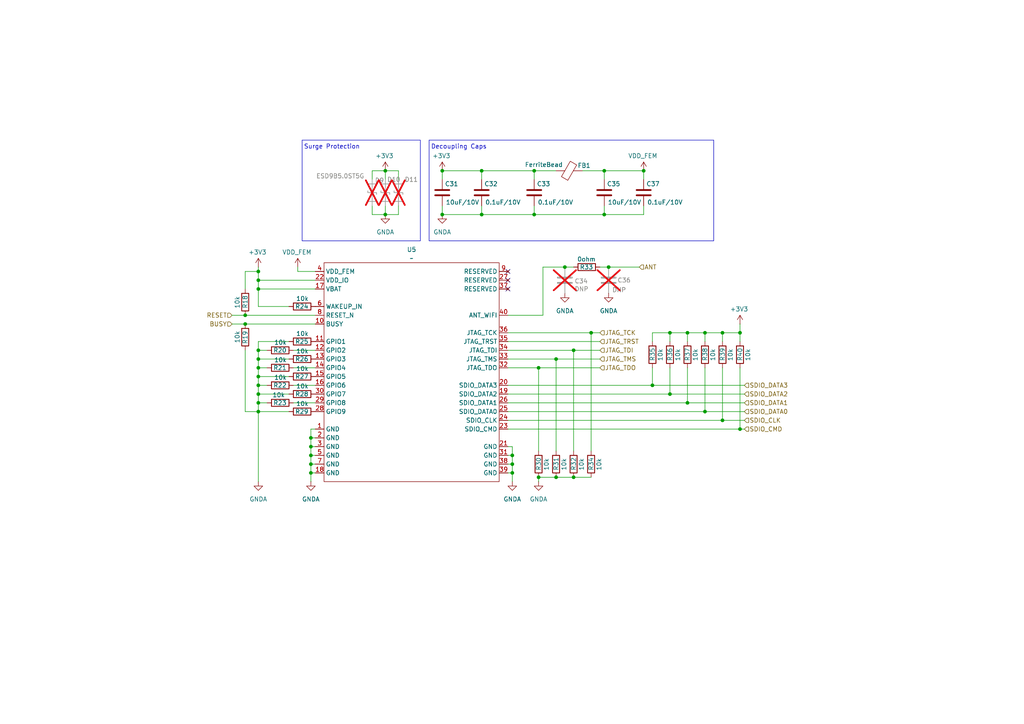
<source format=kicad_sch>
(kicad_sch (version 20231120) (generator "eeschema") (generator_version "8.0")
  (paper "A4")
  (lib_symbols
    (symbol "Device:C" (pin_numbers hide) (pin_names (offset 0.254))
      (property "Reference" "C" (at 0.635 2.54 0))
      (property "Value" "C" (at 0.635 -2.54 0))
      (symbol "C_0_1"
        (polyline (pts (xy -2.032 -0.762) (xy 2.032 -0.762)) (stroke (width 0.508)))
        (polyline (pts (xy -2.032 0.762) (xy 2.032 0.762)) (stroke (width 0.508)))
      )
      (symbol "C_1_1"
        (pin passive line (at 0 3.81 270) (length 2.794) (name "~") (number "1"))
        (pin passive line (at 0 -3.81 90) (length 2.794) (name "~") (number "2"))
      )
    )
    (symbol "Device:FerriteBead" (pin_numbers hide) (pin_names (offset 0))
      (property "Reference" "FB" (at -3.81 0.635 90))
      (property "Value" "FerriteBead" (at 3.81 0 90))
      (symbol "FerriteBead_0_1"
        (polyline (pts (xy 0 -1.27) (xy 0 -1.2192)))
        (polyline (pts (xy 0 1.27) (xy 0 1.2954)))
        (polyline (pts (xy -2.7686 0.4064) (xy -1.7018 2.2606) (xy 2.7686 -0.3048) (xy 1.6764 -2.159) (xy -2.7686 0.4064)))
      )
      (symbol "FerriteBead_1_1"
        (pin passive line (at 0 3.81 270) (length 2.54) (name "~") (number "1"))
        (pin passive line (at 0 -3.81 90) (length 2.54) (name "~") (number "2"))
      )
    )
    (symbol "Device:R" (pin_numbers hide) (pin_names (offset 0))
      (property "Reference" "R" (at 2.032 0 90))
      (property "Value" "R" (at 0 0 90))
      (symbol "R_0_1"
        (rectangle (start -1.016 -2.54) (end 1.016 2.54) (stroke (width 0.254)))
      )
      (symbol "R_1_1"
        (pin passive line (at 0 3.81 270) (length 1.27) (name "~") (number "1"))
        (pin passive line (at 0 -3.81 90) (length 1.27) (name "~") (number "2"))
      )
    )
    (symbol "Diode:ESD9B5.0ST5G" (pin_numbers hide) (pin_names (offset 1.016) hide)
      (property "Reference" "D" (at 0 2.54 0))
      (property "Value" "ESD9B5.0ST5G" (at 0 -2.54 0))
      (symbol "ESD9B5.0ST5G_0_1"
        (polyline (pts (xy 1.27 0) (xy -1.27 0)))
        (polyline (pts (xy -2.54 -1.27) (xy 0 0) (xy -2.54 1.27) (xy -2.54 -1.27)) (stroke (width 0.2032)))
        (polyline (pts (xy 0.508 1.27) (xy 0 1.27) (xy 0 -1.27) (xy -0.508 -1.27)) (stroke (width 0.2032)))
        (polyline (pts (xy 2.54 1.27) (xy 2.54 -1.27) (xy 0 0) (xy 2.54 1.27)) (stroke (width 0.2032)))
      )
      (symbol "ESD9B5.0ST5G_1_1"
        (pin passive line (at -3.81 0 0) (length 2.54) (name "A1") (number "1"))
        (pin passive line (at 3.81 0 180) (length 2.54) (name "A2") (number "2"))
      )
    )
    (symbol "FGH100M:FGH100MABMD"
      (property "Reference" "U" (at 0 0 0))
      (symbol "FGH100MABMD_0_1"
        (rectangle (start -25.4 33.02) (end 25.4 -30.48))
      )
      (symbol "FGH100MABMD_1_1"
        (pin power_in line (at -27.94 -15.24 0) (length 2.54) (name "GND") (number "1"))
        (pin bidirectional line (at -27.94 15.24 0) (length 2.54) (name "BUSY") (number "10"))
        (pin bidirectional line (at -27.94 10.16 0) (length 2.54) (name "GPIO1") (number "11"))
        (pin bidirectional line (at -27.94 7.62 0) (length 2.54) (name "GPIO2") (number "12"))
        (pin bidirectional line (at -27.94 5.08 0) (length 2.54) (name "GPIO3") (number "13"))
        (pin bidirectional line (at -27.94 2.54 0) (length 2.54) (name "GPIO4") (number "14"))
        (pin bidirectional line (at -27.94 0 0) (length 2.54) (name "GPIO5") (number "15"))
        (pin bidirectional line (at -27.94 -2.54 0) (length 2.54) (name "GPIO6") (number "16"))
        (pin power_in line (at -27.94 25.4 0) (length 2.54) (name "VBAT") (number "17"))
        (pin power_in line (at -27.94 -27.94 0) (length 2.54) (name "GND") (number "18"))
        (pin bidirectional line (at 27.94 -5.08 180) (length 2.54) (name "SDIO_DATA2") (number "19"))
        (pin power_in line (at -27.94 -17.78 0) (length 2.54) (name "GND") (number "2"))
        (pin bidirectional line (at 27.94 -2.54 180) (length 2.54) (name "SDIO_DATA3") (number "20"))
        (pin power_in line (at 27.94 -20.32 180) (length 2.54) (name "GND") (number "21"))
        (pin power_in line (at -27.94 27.94 0) (length 2.54) (name "VDD_IO") (number "22"))
        (pin bidirectional line (at 27.94 -15.24 180) (length 2.54) (name "SDIO_CMD") (number "23"))
        (pin bidirectional line (at 27.94 -12.7 180) (length 2.54) (name "SDIO_CLK") (number "24"))
        (pin bidirectional line (at 27.94 -10.16 180) (length 2.54) (name "SDIO_DATA0") (number "25"))
        (pin bidirectional line (at 27.94 -7.62 180) (length 2.54) (name "SDIO_DATA1") (number "26"))
        (pin no_connect line (at 27.94 27.94 180) (length 2.54) (name "RESERVED") (number "27"))
        (pin bidirectional line (at -27.94 -10.16 0) (length 2.54) (name "GPIO9") (number "28"))
        (pin bidirectional line (at -27.94 -7.62 0) (length 2.54) (name "GPIO8") (number "29"))
        (pin power_in line (at -27.94 -20.32 0) (length 2.54) (name "GND") (number "3"))
        (pin bidirectional line (at -27.94 -5.08 0) (length 2.54) (name "GPIO7") (number "30"))
        (pin power_in line (at 27.94 -22.86 180) (length 2.54) (name "GND") (number "31"))
        (pin bidirectional line (at 27.94 2.54 180) (length 2.54) (name "JTAG_TDO") (number "32"))
        (pin bidirectional line (at 27.94 5.08 180) (length 2.54) (name "JTAG_TMS") (number "33"))
        (pin bidirectional line (at 27.94 7.62 180) (length 2.54) (name "JTAG_TDI") (number "34"))
        (pin bidirectional line (at 27.94 10.16 180) (length 2.54) (name "JTAG_TRST") (number "35"))
        (pin bidirectional line (at 27.94 12.7 180) (length 2.54) (name "JTAG_TCK") (number "36"))
        (pin no_connect line (at 27.94 25.4 180) (length 2.54) (name "RESERVED") (number "37"))
        (pin power_in line (at 27.94 -25.4 180) (length 2.54) (name "GND") (number "38"))
        (pin power_in line (at 27.94 -27.94 180) (length 2.54) (name "GND") (number "39"))
        (pin power_in line (at -27.94 30.48 0) (length 2.54) (name "VDD_FEM") (number "4"))
        (pin bidirectional line (at 27.94 17.78 180) (length 2.54) (name "ANT_WIFI") (number "40"))
        (pin power_in line (at -27.94 -22.86 0) (length 2.54) (name "GND") (number "5"))
        (pin input line (at -27.94 20.32 0) (length 2.54) (name "WAKEUP_IN") (number "6"))
        (pin power_in line (at -27.94 -25.4 0) (length 2.54) (name "GND") (number "7"))
        (pin input line (at -27.94 17.78 0) (length 2.54) (name "RESET_N") (number "8"))
        (pin no_connect line (at 27.94 30.48 180) (length 2.54) (name "RESERVED") (number "9"))
      )
    )
    (symbol "power:+3V3" (power) (pin_numbers hide) (pin_names (offset 0) hide)
      (property "Value" "+3V3" (at 0 3.556 0))
      (symbol "+3V3_0_1"
        (polyline (pts (xy -0.762 1.27) (xy 0 2.54)))
        (polyline (pts (xy 0 0) (xy 0 2.54)))
        (polyline (pts (xy 0 2.54) (xy 0.762 1.27)))
      )
      (symbol "+3V3_1_1"
        (pin power_in line (at 0 0 90) (length 0) (name "~") (number "1"))
      )
    )
    (symbol "power:GNDA" (power) (pin_numbers hide) (pin_names (offset 0) hide)
      (property "Value" "GNDA" (at 0 -3.81 0))
      (symbol "GNDA_0_1"
        (polyline (pts (xy 0 0) (xy 0 -1.27) (xy 1.27 -1.27) (xy 0 -2.54) (xy -1.27 -1.27) (xy 0 -1.27)))
      )
      (symbol "GNDA_1_1"
        (pin power_in line (at 0 0 270) (length 0) (name "~") (number "1"))
      )
    )
  )
  (junction (at 154.94 49.53))
  (junction (at 74.93 101.6))
  (junction (at 204.47 96.52))
  (junction (at 139.7 49.53))
  (junction (at 194.31 114.3))
  (junction (at 128.27 62.23))
  (junction (at 171.45 96.52))
  (junction (at 166.37 101.6))
  (junction (at 194.31 96.52))
  (junction (at 74.93 116.84))
  (junction (at 74.93 106.68))
  (junction (at 214.63 96.52))
  (junction (at 148.59 132.08))
  (junction (at 74.93 114.3))
  (junction (at 139.7 62.23))
  (junction (at 74.93 109.22))
  (junction (at 199.39 116.84))
  (junction (at 161.29 138.43))
  (junction (at 148.59 137.16))
  (junction (at 189.23 111.76))
  (junction (at 90.17 137.16))
  (junction (at 90.17 127))
  (junction (at 209.55 121.92))
  (junction (at 90.17 134.62))
  (junction (at 176.53 77.47))
  (junction (at 186.69 49.53))
  (junction (at 156.21 106.68))
  (junction (at 148.59 134.62))
  (junction (at 111.76 49.53))
  (junction (at 175.26 49.53))
  (junction (at 166.37 138.43))
  (junction (at 74.93 104.14))
  (junction (at 156.21 138.43))
  (junction (at 111.76 62.23))
  (junction (at 90.17 129.54))
  (junction (at 74.93 83.82))
  (junction (at 161.29 104.14))
  (junction (at 74.93 119.38))
  (junction (at 128.27 49.53))
  (junction (at 209.55 96.52))
  (junction (at 199.39 96.52))
  (junction (at 71.12 93.98))
  (junction (at 74.93 78.74))
  (junction (at 163.83 77.47))
  (junction (at 204.47 119.38))
  (junction (at 74.93 81.28))
  (junction (at 154.94 62.23))
  (junction (at 71.12 91.44))
  (junction (at 74.93 111.76))
  (junction (at 90.17 132.08))
  (junction (at 214.63 124.46))
  (junction (at 175.26 62.23))
  (no_connect (at 147.32 83.82))
  (no_connect (at 147.32 78.74))
  (no_connect (at 147.32 81.28))
  (wire (pts (xy 85.09 101.6) (xy 91.44 101.6)))
  (wire (pts (xy 128.27 62.23) (xy 139.7 62.23)))
  (wire (pts (xy 90.17 127) (xy 90.17 129.54)))
  (wire (pts (xy 67.31 93.98) (xy 71.12 93.98)))
  (wire (pts (xy 74.93 83.82) (xy 74.93 88.9)))
  (wire (pts (xy 74.93 101.6) (xy 77.47 101.6)))
  (wire (pts (xy 154.94 62.23) (xy 175.26 62.23)))
  (wire (pts (xy 147.32 129.54) (xy 148.59 129.54)))
  (wire (pts (xy 74.93 81.28) (xy 74.93 83.82)))
  (wire (pts (xy 90.17 132.08) (xy 90.17 134.62)))
  (wire (pts (xy 147.32 137.16) (xy 148.59 137.16)))
  (wire (pts (xy 199.39 116.84) (xy 215.9 116.84)))
  (wire (pts (xy 147.32 106.68) (xy 156.21 106.68)))
  (wire (pts (xy 148.59 137.16) (xy 148.59 139.7)))
  (wire (pts (xy 156.21 106.68) (xy 156.21 130.81)))
  (wire (pts (xy 156.21 139.7) (xy 156.21 138.43)))
  (wire (pts (xy 128.27 59.69) (xy 128.27 62.23)))
  (wire (pts (xy 173.99 104.14) (xy 161.29 104.14)))
  (wire (pts (xy 199.39 96.52) (xy 199.39 99.06)))
  (wire (pts (xy 166.37 138.43) (xy 171.45 138.43)))
  (wire (pts (xy 209.55 96.52) (xy 209.55 99.06)))
  (wire (pts (xy 175.26 49.53) (xy 186.69 49.53)))
  (wire (pts (xy 157.48 77.47) (xy 157.48 91.44)))
  (wire (pts (xy 91.44 81.28) (xy 74.93 81.28)))
  (wire (pts (xy 147.32 114.3) (xy 194.31 114.3)))
  (wire (pts (xy 91.44 127) (xy 90.17 127)))
  (wire (pts (xy 173.99 77.47) (xy 176.53 77.47)))
  (wire (pts (xy 147.32 124.46) (xy 214.63 124.46)))
  (wire (pts (xy 175.26 62.23) (xy 186.69 62.23)))
  (wire (pts (xy 186.69 59.69) (xy 186.69 62.23)))
  (wire (pts (xy 74.93 109.22) (xy 74.93 111.76)))
  (wire (pts (xy 161.29 49.53) (xy 154.94 49.53)))
  (wire (pts (xy 189.23 111.76) (xy 215.9 111.76)))
  (wire (pts (xy 209.55 121.92) (xy 215.9 121.92)))
  (wire (pts (xy 194.31 106.68) (xy 194.31 114.3)))
  (wire (pts (xy 74.93 111.76) (xy 74.93 114.3)))
  (wire (pts (xy 214.63 96.52) (xy 214.63 99.06)))
  (wire (pts (xy 74.93 78.74) (xy 74.93 81.28)))
  (wire (pts (xy 147.32 111.76) (xy 189.23 111.76)))
  (wire (pts (xy 90.17 129.54) (xy 90.17 132.08)))
  (wire (pts (xy 147.32 96.52) (xy 171.45 96.52)))
  (wire (pts (xy 86.36 77.47) (xy 86.36 78.74)))
  (wire (pts (xy 204.47 119.38) (xy 215.9 119.38)))
  (wire (pts (xy 115.57 49.53) (xy 111.76 49.53)))
  (wire (pts (xy 83.82 119.38) (xy 74.93 119.38)))
  (wire (pts (xy 111.76 62.23) (xy 111.76 59.69)))
  (wire (pts (xy 74.93 88.9) (xy 83.82 88.9)))
  (wire (pts (xy 186.69 52.07) (xy 186.69 49.53)))
  (wire (pts (xy 91.44 134.62) (xy 90.17 134.62)))
  (wire (pts (xy 147.32 132.08) (xy 148.59 132.08)))
  (wire (pts (xy 91.44 129.54) (xy 90.17 129.54)))
  (wire (pts (xy 107.95 59.69) (xy 107.95 62.23)))
  (wire (pts (xy 83.82 109.22) (xy 74.93 109.22)))
  (wire (pts (xy 199.39 96.52) (xy 204.47 96.52)))
  (wire (pts (xy 74.93 106.68) (xy 77.47 106.68)))
  (wire (pts (xy 91.44 137.16) (xy 90.17 137.16)))
  (wire (pts (xy 139.7 49.53) (xy 154.94 49.53)))
  (wire (pts (xy 90.17 134.62) (xy 90.17 137.16)))
  (wire (pts (xy 173.99 101.6) (xy 166.37 101.6)))
  (wire (pts (xy 71.12 101.6) (xy 71.12 119.38)))
  (wire (pts (xy 74.93 101.6) (xy 74.93 104.14)))
  (wire (pts (xy 74.93 114.3) (xy 74.93 116.84)))
  (wire (pts (xy 74.93 78.74) (xy 71.12 78.74)))
  (wire (pts (xy 139.7 59.69) (xy 139.7 62.23)))
  (wire (pts (xy 74.93 99.06) (xy 74.93 101.6)))
  (wire (pts (xy 107.95 52.07) (xy 107.95 49.53)))
  (wire (pts (xy 83.82 114.3) (xy 74.93 114.3)))
  (wire (pts (xy 91.44 83.82) (xy 74.93 83.82)))
  (wire (pts (xy 67.31 91.44) (xy 71.12 91.44)))
  (wire (pts (xy 157.48 77.47) (xy 163.83 77.47)))
  (wire (pts (xy 74.93 111.76) (xy 77.47 111.76)))
  (wire (pts (xy 91.44 132.08) (xy 90.17 132.08)))
  (wire (pts (xy 214.63 93.98) (xy 214.63 96.52)))
  (wire (pts (xy 154.94 59.69) (xy 154.94 62.23)))
  (wire (pts (xy 74.93 104.14) (xy 74.93 106.68)))
  (wire (pts (xy 74.93 139.7) (xy 74.93 119.38)))
  (wire (pts (xy 194.31 114.3) (xy 215.9 114.3)))
  (wire (pts (xy 163.83 77.47) (xy 166.37 77.47)))
  (wire (pts (xy 204.47 96.52) (xy 209.55 96.52)))
  (wire (pts (xy 111.76 49.53) (xy 111.76 52.07)))
  (wire (pts (xy 214.63 124.46) (xy 215.9 124.46)))
  (wire (pts (xy 176.53 77.47) (xy 185.42 77.47)))
  (wire (pts (xy 199.39 106.68) (xy 199.39 116.84)))
  (wire (pts (xy 161.29 104.14) (xy 161.29 130.81)))
  (wire (pts (xy 189.23 99.06) (xy 189.23 96.52)))
  (wire (pts (xy 147.32 116.84) (xy 199.39 116.84)))
  (wire (pts (xy 71.12 93.98) (xy 91.44 93.98)))
  (wire (pts (xy 204.47 96.52) (xy 204.47 99.06)))
  (wire (pts (xy 107.95 49.53) (xy 111.76 49.53)))
  (wire (pts (xy 161.29 138.43) (xy 166.37 138.43)))
  (wire (pts (xy 156.21 138.43) (xy 161.29 138.43)))
  (wire (pts (xy 154.94 52.07) (xy 154.94 49.53)))
  (wire (pts (xy 148.59 129.54) (xy 148.59 132.08)))
  (wire (pts (xy 71.12 91.44) (xy 91.44 91.44)))
  (wire (pts (xy 115.57 59.69) (xy 115.57 62.23)))
  (wire (pts (xy 74.93 116.84) (xy 77.47 116.84)))
  (wire (pts (xy 90.17 137.16) (xy 90.17 139.7)))
  (wire (pts (xy 83.82 104.14) (xy 74.93 104.14)))
  (wire (pts (xy 154.94 62.23) (xy 139.7 62.23)))
  (wire (pts (xy 139.7 52.07) (xy 139.7 49.53)))
  (wire (pts (xy 107.95 62.23) (xy 111.76 62.23)))
  (wire (pts (xy 147.32 101.6) (xy 166.37 101.6)))
  (wire (pts (xy 189.23 106.68) (xy 189.23 111.76)))
  (wire (pts (xy 175.26 62.23) (xy 175.26 59.69)))
  (wire (pts (xy 175.26 52.07) (xy 175.26 49.53)))
  (wire (pts (xy 71.12 78.74) (xy 71.12 83.82)))
  (wire (pts (xy 147.32 119.38) (xy 204.47 119.38)))
  (wire (pts (xy 147.32 134.62) (xy 148.59 134.62)))
  (wire (pts (xy 148.59 134.62) (xy 148.59 137.16)))
  (wire (pts (xy 166.37 101.6) (xy 166.37 130.81)))
  (wire (pts (xy 194.31 96.52) (xy 199.39 96.52)))
  (wire (pts (xy 74.93 116.84) (xy 74.93 119.38)))
  (wire (pts (xy 90.17 124.46) (xy 90.17 127)))
  (wire (pts (xy 173.99 99.06) (xy 147.32 99.06)))
  (wire (pts (xy 115.57 52.07) (xy 115.57 49.53)))
  (wire (pts (xy 209.55 106.68) (xy 209.55 121.92)))
  (wire (pts (xy 168.91 49.53) (xy 175.26 49.53)))
  (wire (pts (xy 91.44 124.46) (xy 90.17 124.46)))
  (wire (pts (xy 147.32 121.92) (xy 209.55 121.92)))
  (wire (pts (xy 214.63 106.68) (xy 214.63 124.46)))
  (wire (pts (xy 85.09 116.84) (xy 91.44 116.84)))
  (wire (pts (xy 173.99 106.68) (xy 156.21 106.68)))
  (wire (pts (xy 86.36 78.74) (xy 91.44 78.74)))
  (wire (pts (xy 204.47 106.68) (xy 204.47 119.38)))
  (wire (pts (xy 74.93 106.68) (xy 74.93 109.22)))
  (wire (pts (xy 128.27 49.53) (xy 128.27 52.07)))
  (wire (pts (xy 171.45 96.52) (xy 171.45 130.81)))
  (wire (pts (xy 147.32 104.14) (xy 161.29 104.14)))
  (wire (pts (xy 115.57 62.23) (xy 111.76 62.23)))
  (wire (pts (xy 85.09 111.76) (xy 91.44 111.76)))
  (wire (pts (xy 85.09 106.68) (xy 91.44 106.68)))
  (wire (pts (xy 139.7 49.53) (xy 128.27 49.53)))
  (wire (pts (xy 157.48 91.44) (xy 147.32 91.44)))
  (wire (pts (xy 194.31 96.52) (xy 194.31 99.06)))
  (wire (pts (xy 173.99 96.52) (xy 171.45 96.52)))
  (wire (pts (xy 74.93 77.47) (xy 74.93 78.74)))
  (wire (pts (xy 83.82 99.06) (xy 74.93 99.06)))
  (wire (pts (xy 148.59 132.08) (xy 148.59 134.62)))
  (wire (pts (xy 189.23 96.52) (xy 194.31 96.52)))
  (wire (pts (xy 71.12 119.38) (xy 74.93 119.38)))
  (wire (pts (xy 209.55 96.52) (xy 214.63 96.52)))
  (rectangle (start 124.46 40.64) (end 207.01 69.85))
  (rectangle (start 87.63 40.64) (end 121.92 69.85))
  (text "Decoupling Caps" (at 133.096 42.672 0) (effects (font (size 1.27 1.27))))
  (text "Surge Protection" (at 96.266 42.672 0) (effects (font (size 1.27 1.27))))
  (hierarchical_label "SDIO_DATA2" (shape input) (at 215.9 114.3 0))
  (hierarchical_label "SDIO_DATA1" (shape input) (at 215.9 116.84 0))
  (hierarchical_label "SDIO_CLK" (shape input) (at 215.9 121.92 0))
  (hierarchical_label "JTAG_TMS" (shape input) (at 173.99 104.14 0))
  (hierarchical_label "JTAG_TDO" (shape input) (at 173.99 106.68 0))
  (hierarchical_label "SDIO_DATA0" (shape input) (at 215.9 119.38 0))
  (hierarchical_label "JTAG_TDI" (shape input) (at 173.99 101.6 0))
  (hierarchical_label "JTAG_TCK" (shape input) (at 173.99 96.52 0))
  (hierarchical_label "BUSY" (shape input) (at 67.31 93.98 180))
  (hierarchical_label "ANT" (shape input) (at 185.42 77.47 0))
  (hierarchical_label "RESET" (shape input) (at 67.31 91.44 180))
  (hierarchical_label "SDIO_DATA3" (shape input) (at 215.9 111.76 0))
  (hierarchical_label "SDIO_CMD" (shape input) (at 215.9 124.46 0))
  (hierarchical_label "JTAG_TRST" (shape input) (at 173.99 99.06 0))
  (symbol (lib_id "Device:R") (at 199.39 102.87 180) (unit 1)
    (property "Reference" "R37" (at 199.39 100.838 90) (effects (justify left)))
    (property "Value" "10k" (at 201.676 101.092 90) (effects (justify left)))
    (property "Footprint" "Capacitor_SMD:C_0603_1608Metric" (effects (hide yes)))
    (property "Description" "Resistor" (effects (hide yes)))
    (property "MANUF_PN" "RC0603FR-0710KL" (effects (hide yes)))
  )
  (symbol (lib_id "power:GNDA") (at 74.93 139.7 0) (unit 1)
    (property "Reference" "#PWR094" (effects (hide yes)))
    (property "Value" "GNDA" (at 74.93 144.78 0))
    (property "Description" "Power symbol creates a global label with name \"GNDA\" , analog ground" (effects (hide yes)))
  )
  (symbol (lib_id "Device:R") (at 81.28 111.76 270) (unit 1)
    (property "Reference" "R22" (at 79.248 111.76 90) (effects (justify left)))
    (property "Value" "10k" (at 79.502 109.474 90) (effects (justify left)))
    (property "Footprint" "Capacitor_SMD:C_0603_1608Metric" (effects (hide yes)))
    (property "Description" "Resistor" (effects (hide yes)))
    (property "MANUF_PN" "RC0603FR-0710KL" (effects (hide yes)))
  )
  (symbol (lib_id "Device:R") (at 71.12 87.63 180) (unit 1)
    (property "Reference" "R18" (at 71.12 85.598 90) (effects (justify left)))
    (property "Value" "10k" (at 68.834 85.852 90) (effects (justify left)))
    (property "Footprint" "Capacitor_SMD:C_0603_1608Metric" (effects (hide yes)))
    (property "Description" "Resistor" (effects (hide yes)))
    (property "MANUF_PN" "RC0603FR-0710KL" (effects (hide yes)))
  )
  (symbol (lib_id "Device:R") (at 81.28 101.6 270) (unit 1)
    (property "Reference" "R20" (at 79.248 101.6 90) (effects (justify left)))
    (property "Value" "10k" (at 79.502 99.314 90) (effects (justify left)))
    (property "Footprint" "Capacitor_SMD:C_0603_1608Metric" (effects (hide yes)))
    (property "Description" "Resistor" (effects (hide yes)))
    (property "MANUF_PN" "RC0603FR-0710KL" (effects (hide yes)))
  )
  (symbol (lib_id "power:+3V3") (at 111.76 49.53 0) (unit 1)
    (property "Reference" "#PWR097" (effects (hide yes)))
    (property "Value" "+3V3" (at 111.506 45.212 0))
    (property "Description" "Power symbol creates a global label with name \"+3V3\"" (effects (hide yes)))
  )
  (symbol (lib_id "FGH100M:FGH100MABMD") (at 119.38 109.22 0) (unit 1)
    (property "Reference" "U5" (at 119.38 72.39 0))
    (property "Value" "~" (at 119.38 74.93 0))
    (property "Footprint" "FGH100M:FGH100MABMD" (effects (hide yes)))
    (property "MANUF_PN" "FGH100MABMD" (effects (hide yes)))
  )
  (symbol (lib_id "power:+3V3") (at 128.27 49.53 0) (unit 1)
    (property "Reference" "#PWR099" (effects (hide yes)))
    (property "Value" "+3V3" (at 128.016 45.212 0))
    (property "Description" "Power symbol creates a global label with name \"+3V3\"" (effects (hide yes)))
  )
  (symbol (lib_id "Device:C") (at 176.53 81.28 0) (unit 1) (dnp yes)
    (property "Reference" "C36" (at 179.07 81.28 0) (effects (justify left)))
    (property "Value" "DNP" (at 177.546 84.074 0) (effects (justify left)))
    (property "Footprint" "Capacitor_SMD:C_0603_1608Metric" (effects (hide yes)))
    (property "Description" "Unpolarized capacitor" (effects (hide yes)))
    (property "MANUF_PN" "N/A" (effects (hide yes)))
  )
  (symbol (lib_id "Device:R") (at 204.47 102.87 180) (unit 1)
    (property "Reference" "R38" (at 204.47 100.838 90) (effects (justify left)))
    (property "Value" "10k" (at 206.756 101.092 90) (effects (justify left)))
    (property "Footprint" "Capacitor_SMD:C_0603_1608Metric" (effects (hide yes)))
    (property "Description" "Resistor" (effects (hide yes)))
    (property "MANUF_PN" "RC0603FR-0710KL" (effects (hide yes)))
  )
  (symbol (lib_id "Device:R") (at 171.45 134.62 180) (unit 1)
    (property "Reference" "R34" (at 171.45 132.588 90) (effects (justify left)))
    (property "Value" "10k" (at 173.736 132.842 90) (effects (justify left)))
    (property "Footprint" "Capacitor_SMD:C_0603_1608Metric" (effects (hide yes)))
    (property "Description" "Resistor" (effects (hide yes)))
    (property "MANUF_PN" "RC0603FR-0710KL" (effects (hide yes)))
  )
  (symbol (lib_id "Device:R") (at 87.63 88.9 270) (unit 1)
    (property "Reference" "R24" (at 85.598 88.9 90) (effects (justify left)))
    (property "Value" "10k" (at 85.852 86.614 90) (effects (justify left)))
    (property "Footprint" "Capacitor_SMD:C_0603_1608Metric" (effects (hide yes)))
    (property "Description" "Resistor" (effects (hide yes)))
    (property "MANUF_PN" "RC0603FR-0710KL" (effects (hide yes)))
  )
  (symbol (lib_id "Device:R") (at 209.55 102.87 180) (unit 1)
    (property "Reference" "R39" (at 209.55 100.838 90) (effects (justify left)))
    (property "Value" "10k" (at 211.836 101.092 90) (effects (justify left)))
    (property "Footprint" "Capacitor_SMD:C_0603_1608Metric" (effects (hide yes)))
    (property "Description" "Resistor" (effects (hide yes)))
    (property "MANUF_PN" "RC0603FR-0710KL" (effects (hide yes)))
  )
  (symbol (lib_id "power:+3V3") (at 86.36 77.47 0) (unit 1)
    (property "Reference" "#PWR095" (effects (hide yes)))
    (property "Value" "VDD_FEM" (at 86.106 73.152 0))
    (property "Description" "Power symbol creates a global label with name \"+3V3\"" (effects (hide yes)))
  )
  (symbol (lib_id "Device:C") (at 186.69 55.88 0) (unit 1)
    (property "Reference" "C37" (at 187.452 53.34 0) (effects (justify left)))
    (property "Value" "0.1uF/10V" (at 187.706 58.674 0) (effects (justify left)))
    (property "Footprint" "Capacitor_SMD:C_0603_1608Metric" (effects (hide yes)))
    (property "Description" "Unpolarized capacitor" (effects (hide yes)))
    (property "MANUF_PN" "C0603C104K5RAC7411" (effects (hide yes)))
  )
  (symbol (lib_id "Device:R") (at 189.23 102.87 180) (unit 1)
    (property "Reference" "R35" (at 189.23 100.838 90) (effects (justify left)))
    (property "Value" "10k" (at 191.516 101.092 90) (effects (justify left)))
    (property "Footprint" "Capacitor_SMD:C_0603_1608Metric" (effects (hide yes)))
    (property "Description" "Resistor" (effects (hide yes)))
    (property "MANUF_PN" "RC0603FR-0710KL" (effects (hide yes)))
  )
  (symbol (lib_id "power:+3V3") (at 214.63 93.98 0) (unit 1)
    (property "Reference" "#PWR0106" (effects (hide yes)))
    (property "Value" "+3V3" (at 214.376 89.662 0))
    (property "Description" "Power symbol creates a global label with name \"+3V3\"" (effects (hide yes)))
  )
  (symbol (lib_id "power:GNDA") (at 111.76 62.23 0) (unit 1)
    (property "Reference" "#PWR098" (effects (hide yes)))
    (property "Value" "GNDA" (at 111.76 67.31 0))
    (property "Description" "Power symbol creates a global label with name \"GNDA\" , analog ground" (effects (hide yes)))
  )
  (symbol (lib_id "power:GNDA") (at 156.21 139.7 0) (unit 1)
    (property "Reference" "#PWR0102" (effects (hide yes)))
    (property "Value" "GNDA" (at 156.21 144.78 0))
    (property "Description" "Power symbol creates a global label with name \"GNDA\" , analog ground" (effects (hide yes)))
  )
  (symbol (lib_id "Device:R") (at 81.28 116.84 270) (unit 1)
    (property "Reference" "R23" (at 79.248 116.84 90) (effects (justify left)))
    (property "Value" "10k" (at 78.994 114.554 90) (effects (justify left)))
    (property "Footprint" "Capacitor_SMD:C_0603_1608Metric" (effects (hide yes)))
    (property "Description" "Resistor" (effects (hide yes)))
    (property "MANUF_PN" "RC0603FR-0710KL" (effects (hide yes)))
  )
  (symbol (lib_id "Device:R") (at 87.63 99.06 270) (unit 1)
    (property "Reference" "R25" (at 85.598 99.06 90) (effects (justify left)))
    (property "Value" "10k" (at 85.852 96.774 90) (effects (justify left)))
    (property "Footprint" "Capacitor_SMD:C_0603_1608Metric" (effects (hide yes)))
    (property "Description" "Resistor" (effects (hide yes)))
    (property "MANUF_PN" "RC0603FR-0710KL" (effects (hide yes)))
  )
  (symbol (lib_id "Device:R") (at 194.31 102.87 180) (unit 1)
    (property "Reference" "R36" (at 194.31 100.838 90) (effects (justify left)))
    (property "Value" "10k" (at 196.596 101.092 90) (effects (justify left)))
    (property "Footprint" "Capacitor_SMD:C_0603_1608Metric" (effects (hide yes)))
    (property "Description" "Resistor" (effects (hide yes)))
    (property "MANUF_PN" "RC0603FR-0710KL" (effects (hide yes)))
  )
  (symbol (lib_id "Device:R") (at 170.18 77.47 270) (unit 1)
    (property "Reference" "R33" (at 168.148 77.47 90) (effects (justify left)))
    (property "Value" "0ohm" (at 167.386 75.184 90) (effects (justify left)))
    (property "Footprint" "Resistor_SMD:R_0603_1608Metric" (effects (hide yes)))
    (property "Description" "Resistor" (effects (hide yes)))
    (property "MANUF_PN" "RMCF0603ZT0R00" (effects (hide yes)))
  )
  (symbol (lib_id "power:GNDA") (at 163.83 85.09 0) (unit 1)
    (property "Reference" "#PWR0103" (effects (hide yes)))
    (property "Value" "GNDA" (at 163.83 90.17 0))
    (property "Description" "Power symbol creates a global label with name \"GNDA\" , analog ground" (effects (hide yes)))
  )
  (symbol (lib_id "Device:C") (at 175.26 55.88 0) (unit 1)
    (property "Reference" "C35" (at 176.022 53.34 0) (effects (justify left)))
    (property "Value" "10uF/10V" (at 176.276 58.674 0) (effects (justify left)))
    (property "Footprint" "Capacitor_SMD:C_0603_1608Metric" (effects (hide yes)))
    (property "Description" "Unpolarized capacitor" (effects (hide yes)))
    (property "MANUF_PN" "CL10A106KP8NNNC" (effects (hide yes)))
  )
  (symbol (lib_id "Device:R") (at 87.63 104.14 270) (unit 1)
    (property "Reference" "R26" (at 85.598 104.14 90) (effects (justify left)))
    (property "Value" "10k" (at 85.852 101.854 90) (effects (justify left)))
    (property "Footprint" "Capacitor_SMD:C_0603_1608Metric" (effects (hide yes)))
    (property "Description" "Resistor" (effects (hide yes)))
    (property "MANUF_PN" "RC0603FR-0710KL" (effects (hide yes)))
  )
  (symbol (lib_id "Diode:ESD9B5.0ST5G") (at 115.57 55.88 90) (unit 1) (exclude_from_sim yes) (in_bom no) (on_board no) (dnp yes)
    (property "Reference" "D11" (at 117.348 52.07 90) (effects (justify right)))
    (property "Value" "ESD9B5.0ST5G" (effects (hide yes)))
    (property "Footprint" "Diode_SMD:D_SOD-923" (effects (hide yes)))
    (property "Datasheet" "https://www.digikey.ca/en/products/detail/onsemi/ESD9B5-0ST5G/1646449" (effects (hide yes)))
    (property "Description" "ESD protection diode, 5.0Vrwm, SOD-923" (effects (hide yes)))
    (property "MANUF_PN" "N/A" (effects (hide yes)))
  )
  (symbol (lib_id "Device:R") (at 214.63 102.87 180) (unit 1)
    (property "Reference" "R40" (at 214.63 100.838 90) (effects (justify left)))
    (property "Value" "10k" (at 216.916 101.092 90) (effects (justify left)))
    (property "Footprint" "Capacitor_SMD:C_0603_1608Metric" (effects (hide yes)))
    (property "Description" "Resistor" (effects (hide yes)))
    (property "MANUF_PN" "RC0603FR-0710KL" (effects (hide yes)))
  )
  (symbol (lib_id "power:+3V3") (at 186.69 49.53 0) (unit 1)
    (property "Reference" "#PWR0105" (effects (hide yes)))
    (property "Value" "VDD_FEM" (at 186.436 45.212 0))
    (property "Description" "Power symbol creates a global label with name \"+3V3\"" (effects (hide yes)))
  )
  (symbol (lib_id "Device:R") (at 87.63 109.22 270) (unit 1)
    (property "Reference" "R27" (at 85.598 109.22 90) (effects (justify left)))
    (property "Value" "10k" (at 85.852 106.934 90) (effects (justify left)))
    (property "Footprint" "Capacitor_SMD:C_0603_1608Metric" (effects (hide yes)))
    (property "Description" "Resistor" (effects (hide yes)))
    (property "MANUF_PN" "RC0603FR-0710KL" (effects (hide yes)))
  )
  (symbol (lib_id "Device:FerriteBead") (at 165.1 49.53 90) (unit 1)
    (property "Reference" "FB1" (at 169.418 48.006 90))
    (property "Value" "FerriteBead" (at 157.734 47.752 90))
    (property "Footprint" "Capacitor_SMD:C_0603_1608Metric" (effects (hide yes)))
    (property "Datasheet" "https://www.digikey.com/en/products/detail/tai-tech-advanced-electronics-co-ltd/HCB-1608KF-181T20/17835480" (effects (hide yes)))
    (property "Description" "Ferrite bead" (effects (hide yes)))
    (property "MANUF_PN" "HCB 1608KF-181T20" (effects (hide yes)))
  )
  (symbol (lib_id "power:+3V3") (at 74.93 77.47 0) (unit 1)
    (property "Reference" "#PWR093" (effects (hide yes)))
    (property "Value" "+3V3" (at 74.676 73.152 0))
    (property "Description" "Power symbol creates a global label with name \"+3V3\"" (effects (hide yes)))
  )
  (symbol (lib_id "Device:R") (at 87.63 119.38 270) (unit 1)
    (property "Reference" "R29" (at 85.598 119.38 90) (effects (justify left)))
    (property "Value" "10k" (at 85.852 117.094 90) (effects (justify left)))
    (property "Footprint" "Capacitor_SMD:C_0603_1608Metric" (effects (hide yes)))
    (property "Description" "Resistor" (effects (hide yes)))
    (property "MANUF_PN" "RC0603FR-0710KL" (effects (hide yes)))
  )
  (symbol (lib_id "Device:C") (at 154.94 55.88 0) (unit 1)
    (property "Reference" "C33" (at 155.702 53.34 0) (effects (justify left)))
    (property "Value" "0.1uF/10V" (at 155.956 58.674 0) (effects (justify left)))
    (property "Footprint" "Capacitor_SMD:C_0603_1608Metric" (effects (hide yes)))
    (property "Description" "Unpolarized capacitor" (effects (hide yes)))
    (property "MANUF_PN" "C0603C104K5RAC7411" (effects (hide yes)))
  )
  (symbol (lib_id "Device:R") (at 87.63 114.3 270) (unit 1)
    (property "Reference" "R28" (at 85.598 114.3 90) (effects (justify left)))
    (property "Value" "10k" (at 85.852 112.014 90) (effects (justify left)))
    (property "Footprint" "Capacitor_SMD:C_0603_1608Metric" (effects (hide yes)))
    (property "Description" "Resistor" (effects (hide yes)))
    (property "MANUF_PN" "RC0603FR-0710KL" (effects (hide yes)))
  )
  (symbol (lib_id "Device:R") (at 156.21 134.62 180) (unit 1)
    (property "Reference" "R30" (at 156.21 132.588 90) (effects (justify left)))
    (property "Value" "10k" (at 158.496 132.842 90) (effects (justify left)))
    (property "Footprint" "Capacitor_SMD:C_0603_1608Metric" (effects (hide yes)))
    (property "Description" "Resistor" (effects (hide yes)))
    (property "MANUF_PN" "RC0603FR-0710KL" (effects (hide yes)))
  )
  (symbol (lib_id "Diode:ESD9B5.0ST5G") (at 107.95 55.88 90) (unit 1) (exclude_from_sim yes) (in_bom no) (on_board no) (dnp yes)
    (property "Reference" "D9" (at 108.712 52.324 90) (effects (justify right)))
    (property "Value" "ESD9B5.0ST5G" (at 91.694 51.054 90) (effects (justify right)))
    (property "Footprint" "Diode_SMD:D_SOD-923" (effects (hide yes)))
    (property "Datasheet" "https://www.digikey.ca/en/products/detail/onsemi/ESD9B5-0ST5G/1646449" (effects (hide yes)))
    (property "Description" "ESD protection diode, 5.0Vrwm, SOD-923" (effects (hide yes)))
    (property "MANUF_PN" "N/A" (effects (hide yes)))
  )
  (symbol (lib_id "Device:C") (at 128.27 55.88 0) (unit 1)
    (property "Reference" "C31" (at 129.032 53.34 0) (effects (justify left)))
    (property "Value" "10uF/10V" (at 129.286 58.674 0) (effects (justify left)))
    (property "Footprint" "Capacitor_SMD:C_0603_1608Metric" (effects (hide yes)))
    (property "Description" "Unpolarized capacitor" (effects (hide yes)))
    (property "MANUF_PN" "CL10A106KP8NNNC" (effects (hide yes)))
  )
  (symbol (lib_id "power:GNDA") (at 128.27 62.23 0) (unit 1)
    (property "Reference" "#PWR0100" (effects (hide yes)))
    (property "Value" "GNDA" (at 128.27 67.31 0))
    (property "Description" "Power symbol creates a global label with name \"GNDA\" , analog ground" (effects (hide yes)))
  )
  (symbol (lib_id "Device:C") (at 163.83 81.28 0) (unit 1) (dnp yes)
    (property "Reference" "C34" (at 166.624 81.534 0) (effects (justify left)))
    (property "Value" "DNP" (at 166.624 83.82 0) (effects (justify left)))
    (property "Footprint" "Capacitor_SMD:C_0603_1608Metric" (effects (hide yes)))
    (property "Description" "Unpolarized capacitor" (effects (hide yes)))
    (property "MANUF_PN" "N/A" (effects (hide yes)))
  )
  (symbol (lib_id "Diode:ESD9B5.0ST5G") (at 111.76 55.88 90) (unit 1) (exclude_from_sim yes) (in_bom no) (on_board no) (dnp yes)
    (property "Reference" "D10" (at 112.268 52.07 90) (effects (justify right)))
    (property "Value" "ESD9B5.0ST5G" (effects (hide yes)))
    (property "Footprint" "Diode_SMD:D_SOD-923" (effects (hide yes)))
    (property "Datasheet" "https://www.digikey.ca/en/products/detail/onsemi/ESD9B5-0ST5G/1646449" (effects (hide yes)))
    (property "Description" "ESD protection diode, 5.0Vrwm, SOD-923" (effects (hide yes)))
    (property "MANUF_PN" "N/A" (effects (hide yes)))
  )
  (symbol (lib_id "Device:C") (at 139.7 55.88 0) (unit 1)
    (property "Reference" "C32" (at 140.462 53.34 0) (effects (justify left)))
    (property "Value" "0.1uF/10V" (at 140.716 58.674 0) (effects (justify left)))
    (property "Footprint" "Capacitor_SMD:C_0603_1608Metric" (effects (hide yes)))
    (property "Description" "Unpolarized capacitor" (effects (hide yes)))
    (property "MANUF_PN" "C0603C104K5RAC7411" (effects (hide yes)))
  )
  (symbol (lib_id "Device:R") (at 71.12 97.79 0) (unit 1)
    (property "Reference" "R19" (at 71.12 99.822 90) (effects (justify left)))
    (property "Value" "10k" (at 68.834 99.568 90) (effects (justify left)))
    (property "Footprint" "Capacitor_SMD:C_0603_1608Metric" (effects (hide yes)))
    (property "Description" "Resistor" (effects (hide yes)))
    (property "MANUF_PN" "RC0603FR-0710KL" (effects (hide yes)))
  )
  (symbol (lib_id "power:GNDA") (at 90.17 139.7 0) (unit 1)
    (property "Reference" "#PWR096" (effects (hide yes)))
    (property "Value" "GNDA" (at 90.17 144.78 0))
    (property "Description" "Power symbol creates a global label with name \"GNDA\" , analog ground" (effects (hide yes)))
  )
  (symbol (lib_id "Device:R") (at 161.29 134.62 180) (unit 1)
    (property "Reference" "R31" (at 161.29 132.588 90) (effects (justify left)))
    (property "Value" "10k" (at 163.576 132.842 90) (effects (justify left)))
    (property "Footprint" "Capacitor_SMD:C_0603_1608Metric" (effects (hide yes)))
    (property "Description" "Resistor" (effects (hide yes)))
    (property "MANUF_PN" "RC0603FR-0710KL" (effects (hide yes)))
  )
  (symbol (lib_id "power:GNDA") (at 148.59 139.7 0) (unit 1)
    (property "Reference" "#PWR0101" (effects (hide yes)))
    (property "Value" "GNDA" (at 148.59 144.78 0))
    (property "Description" "Power symbol creates a global label with name \"GNDA\" , analog ground" (effects (hide yes)))
  )
  (symbol (lib_id "Device:R") (at 166.37 134.62 180) (unit 1)
    (property "Reference" "R32" (at 166.37 132.588 90) (effects (justify left)))
    (property "Value" "10k" (at 168.656 132.842 90) (effects (justify left)))
    (property "Footprint" "Capacitor_SMD:C_0603_1608Metric" (effects (hide yes)))
    (property "Description" "Resistor" (effects (hide yes)))
    (property "MANUF_PN" "RC0603FR-0710KL" (effects (hide yes)))
  )
  (symbol (lib_id "Device:R") (at 81.28 106.68 270) (unit 1)
    (property "Reference" "R21" (at 79.248 106.68 90) (effects (justify left)))
    (property "Value" "10k" (at 79.502 104.394 90) (effects (justify left)))
    (property "Footprint" "Capacitor_SMD:C_0603_1608Metric" (effects (hide yes)))
    (property "Description" "Resistor" (effects (hide yes)))
    (property "MANUF_PN" "RC0603FR-0710KL" (effects (hide yes)))
  )
  (symbol (lib_id "power:GNDA") (at 176.53 85.09 0) (unit 1)
    (property "Reference" "#PWR0104" (effects (hide yes)))
    (property "Value" "GNDA" (at 176.53 90.17 0))
    (property "Description" "Power symbol creates a global label with name \"GNDA\" , analog ground" (effects (hide yes)))
  )
)
</source>
